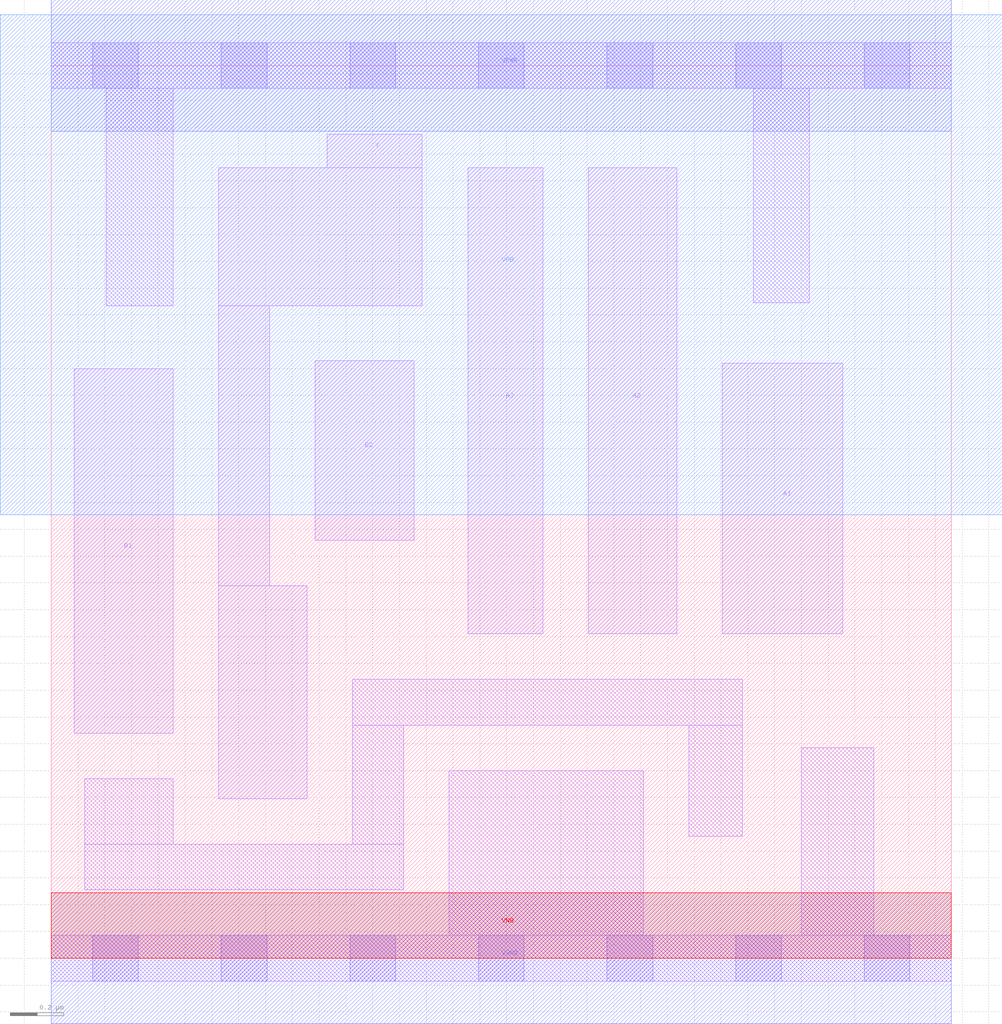
<source format=lef>
# Copyright 2020 The SkyWater PDK Authors
#
# Licensed under the Apache License, Version 2.0 (the "License");
# you may not use this file except in compliance with the License.
# You may obtain a copy of the License at
#
#     https://www.apache.org/licenses/LICENSE-2.0
#
# Unless required by applicable law or agreed to in writing, software
# distributed under the License is distributed on an "AS IS" BASIS,
# WITHOUT WARRANTIES OR CONDITIONS OF ANY KIND, either express or implied.
# See the License for the specific language governing permissions and
# limitations under the License.
#
# SPDX-License-Identifier: Apache-2.0

VERSION 5.7 ;
  NOWIREEXTENSIONATPIN ON ;
  DIVIDERCHAR "/" ;
  BUSBITCHARS "[]" ;
MACRO sky130_fd_sc_lp__o32ai_0
  CLASS CORE ;
  FOREIGN sky130_fd_sc_lp__o32ai_0 ;
  ORIGIN  0.000000  0.000000 ;
  SIZE  3.360000 BY  3.330000 ;
  SYMMETRY X Y R90 ;
  SITE unit ;
  PIN A1
    ANTENNAGATEAREA  0.159000 ;
    DIRECTION INPUT ;
    USE SIGNAL ;
    PORT
      LAYER li1 ;
        RECT 2.505000 1.210000 2.955000 2.220000 ;
    END
  END A1
  PIN A2
    ANTENNAGATEAREA  0.159000 ;
    DIRECTION INPUT ;
    USE SIGNAL ;
    PORT
      LAYER li1 ;
        RECT 2.005000 1.210000 2.335000 2.950000 ;
    END
  END A2
  PIN A3
    ANTENNAGATEAREA  0.159000 ;
    DIRECTION INPUT ;
    USE SIGNAL ;
    PORT
      LAYER li1 ;
        RECT 1.555000 1.210000 1.835000 2.950000 ;
    END
  END A3
  PIN B1
    ANTENNAGATEAREA  0.159000 ;
    DIRECTION INPUT ;
    USE SIGNAL ;
    PORT
      LAYER li1 ;
        RECT 0.085000 0.840000 0.455000 2.200000 ;
    END
  END B1
  PIN B2
    ANTENNAGATEAREA  0.159000 ;
    DIRECTION INPUT ;
    USE SIGNAL ;
    PORT
      LAYER li1 ;
        RECT 0.985000 1.560000 1.355000 2.230000 ;
    END
  END B2
  PIN Y
    ANTENNADIFFAREA  0.415800 ;
    DIRECTION OUTPUT ;
    USE SIGNAL ;
    PORT
      LAYER li1 ;
        RECT 0.625000 0.595000 0.955000 1.390000 ;
        RECT 0.625000 1.390000 0.815000 2.435000 ;
        RECT 0.625000 2.435000 1.385000 2.950000 ;
        RECT 1.030000 2.950000 1.385000 3.075000 ;
    END
  END Y
  PIN VGND
    DIRECTION INOUT ;
    USE GROUND ;
    PORT
      LAYER met1 ;
        RECT 0.000000 -0.245000 3.360000 0.245000 ;
    END
  END VGND
  PIN VNB
    DIRECTION INOUT ;
    USE GROUND ;
    PORT
      LAYER pwell ;
        RECT 0.000000 0.000000 3.360000 0.245000 ;
    END
  END VNB
  PIN VPB
    DIRECTION INOUT ;
    USE POWER ;
    PORT
      LAYER nwell ;
        RECT -0.190000 1.655000 3.550000 3.520000 ;
    END
  END VPB
  PIN VPWR
    DIRECTION INOUT ;
    USE POWER ;
    PORT
      LAYER met1 ;
        RECT 0.000000 3.085000 3.360000 3.575000 ;
    END
  END VPWR
  OBS
    LAYER li1 ;
      RECT 0.000000 -0.085000 3.360000 0.085000 ;
      RECT 0.000000  3.245000 3.360000 3.415000 ;
      RECT 0.125000  0.255000 1.315000 0.425000 ;
      RECT 0.125000  0.425000 0.455000 0.670000 ;
      RECT 0.205000  2.435000 0.455000 3.245000 ;
      RECT 1.125000  0.425000 1.315000 0.870000 ;
      RECT 1.125000  0.870000 2.580000 1.040000 ;
      RECT 1.485000  0.085000 2.210000 0.700000 ;
      RECT 2.380000  0.455000 2.580000 0.870000 ;
      RECT 2.620000  2.445000 2.830000 3.245000 ;
      RECT 2.800000  0.085000 3.070000 0.785000 ;
    LAYER mcon ;
      RECT 0.155000 -0.085000 0.325000 0.085000 ;
      RECT 0.155000  3.245000 0.325000 3.415000 ;
      RECT 0.635000 -0.085000 0.805000 0.085000 ;
      RECT 0.635000  3.245000 0.805000 3.415000 ;
      RECT 1.115000 -0.085000 1.285000 0.085000 ;
      RECT 1.115000  3.245000 1.285000 3.415000 ;
      RECT 1.595000 -0.085000 1.765000 0.085000 ;
      RECT 1.595000  3.245000 1.765000 3.415000 ;
      RECT 2.075000 -0.085000 2.245000 0.085000 ;
      RECT 2.075000  3.245000 2.245000 3.415000 ;
      RECT 2.555000 -0.085000 2.725000 0.085000 ;
      RECT 2.555000  3.245000 2.725000 3.415000 ;
      RECT 3.035000 -0.085000 3.205000 0.085000 ;
      RECT 3.035000  3.245000 3.205000 3.415000 ;
  END
END sky130_fd_sc_lp__o32ai_0
END LIBRARY

</source>
